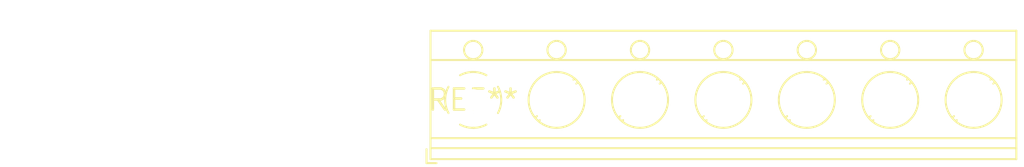
<source format=kicad_pcb>
(kicad_pcb (version 20240108) (generator pcbnew)
  (layers (0 "F.Cu" signal) (31 "B.Cu" signal) (34 "B.Paste" user) (35 "F.Paste" user) (36 "B.SilkS" user "B.Silkscreen") (37 "F.SilkS" user "F.Silkscreen") (38 "B.Mask" user) (39 "F.Mask" user) (44 "Edge.Cuts" user))
  (net 0 "")
  (footprint "TerminalBlock_RND_205-00017_1x07_P5.00mm_Horizontal" (layer "F.Cu") (at 0 0)
    (property "Reference" "REF**")
    (property "Value" "TerminalBlock_RND_205-00017_1x07_P5.00mm_Horizontal")
    (fp_line (start -2.8 2.96) (end -2.8 3.8) (layer "F.SilkS") (stroke (width 0.12)))
    (fp_line (start -2.8 3.8) (end -2.2 3.8) (layer "F.SilkS") (stroke (width 0.12)))
    (fp_line (start -2.56 -4.16) (end -2.56 3.561) (layer "F.SilkS") (stroke (width 0.12)))
    (fp_line (start -2.56 -4.16) (end 32.56 -4.16) (layer "F.SilkS") (stroke (width 0.12)))
    (fp_line (start -2.56 -2.4) (end 32.56 -2.4) (layer "F.SilkS") (stroke (width 0.12)))
    (fp_line (start -2.56 2.3) (end 32.56 2.3) (layer "F.SilkS") (stroke (width 0.12)))
    (fp_line (start -2.56 2.9) (end 32.56 2.9) (layer "F.SilkS") (stroke (width 0.12)))
    (fp_line (start -2.56 3.561) (end 32.56 3.561) (layer "F.SilkS") (stroke (width 0.12)))
    (fp_line (start 3.82 0.976) (end 3.726 1.069) (layer "F.SilkS") (stroke (width 0.12)))
    (fp_line (start 3.99 1.216) (end 3.931 1.274) (layer "F.SilkS") (stroke (width 0.12)))
    (fp_line (start 6.07 -1.275) (end 6.011 -1.216) (layer "F.SilkS") (stroke (width 0.12)))
    (fp_line (start 6.275 -1.069) (end 6.181 -0.976) (layer "F.SilkS") (stroke (width 0.12)))
    (fp_line (start 8.82 0.976) (end 8.726 1.069) (layer "F.SilkS") (stroke (width 0.12)))
    (fp_line (start 8.99 1.216) (end 8.931 1.274) (layer "F.SilkS") (stroke (width 0.12)))
    (fp_line (start 11.07 -1.275) (end 11.011 -1.216) (layer "F.SilkS") (stroke (width 0.12)))
    (fp_line (start 11.275 -1.069) (end 11.181 -0.976) (layer "F.SilkS") (stroke (width 0.12)))
    (fp_line (start 13.82 0.976) (end 13.726 1.069) (layer "F.SilkS") (stroke (width 0.12)))
    (fp_line (start 13.99 1.216) (end 13.931 1.274) (layer "F.SilkS") (stroke (width 0.12)))
    (fp_line (start 16.07 -1.275) (end 16.011 -1.216) (layer "F.SilkS") (stroke (width 0.12)))
    (fp_line (start 16.275 -1.069) (end 16.181 -0.976) (layer "F.SilkS") (stroke (width 0.12)))
    (fp_line (start 18.82 0.976) (end 18.726 1.069) (layer "F.SilkS") (stroke (width 0.12)))
    (fp_line (start 18.99 1.216) (end 18.931 1.274) (layer "F.SilkS") (stroke (width 0.12)))
    (fp_line (start 21.07 -1.275) (end 21.011 -1.216) (layer "F.SilkS") (stroke (width 0.12)))
    (fp_line (start 21.275 -1.069) (end 21.181 -0.976) (layer "F.SilkS") (stroke (width 0.12)))
    (fp_line (start 23.82 0.976) (end 23.726 1.069) (layer "F.SilkS") (stroke (width 0.12)))
    (fp_line (start 23.99 1.216) (end 23.931 1.274) (layer "F.SilkS") (stroke (width 0.12)))
    (fp_line (start 26.07 -1.275) (end 26.011 -1.216) (layer "F.SilkS") (stroke (width 0.12)))
    (fp_line (start 26.275 -1.069) (end 26.181 -0.976) (layer "F.SilkS") (stroke (width 0.12)))
    (fp_line (start 28.82 0.976) (end 28.726 1.069) (layer "F.SilkS") (stroke (width 0.12)))
    (fp_line (start 28.99 1.216) (end 28.931 1.274) (layer "F.SilkS") (stroke (width 0.12)))
    (fp_line (start 31.07 -1.275) (end 31.011 -1.216) (layer "F.SilkS") (stroke (width 0.12)))
    (fp_line (start 31.275 -1.069) (end 31.181 -0.976) (layer "F.SilkS") (stroke (width 0.12)))
    (fp_line (start 32.56 -4.16) (end 32.56 3.561) (layer "F.SilkS") (stroke (width 0.12)))
    (fp_arc (start -1.483953 0.789089) (mid -1.680708 5e-05) (end -1.484 -0.789) (layer "F.SilkS") (stroke (width 0.12)))
    (fp_arc (start -0.789089 -1.483953) (mid -5e-05 -1.680708) (end 0.789 -1.484) (layer "F.SilkS") (stroke (width 0.12)))
    (fp_arc (start 0.029383 1.68045) (mid -0.392304 1.634281) (end -0.789 1.484) (layer "F.SilkS") (stroke (width 0.12)))
    (fp_arc (start 0.788712 1.483352) (mid 0.406429 1.630097) (end 0 1.68) (layer "F.SilkS") (stroke (width 0.12)))
    (fp_arc (start 1.483953 -0.789089) (mid 1.680708 -5e-05) (end 1.484 0.789) (layer "F.SilkS") (stroke (width 0.12)))
    (fp_circle (center 0 -3) (end 0.55 -3) (layer "F.SilkS") (stroke (width 0.12)) (fill none))
    (fp_circle (center 5 -3) (end 5.55 -3) (layer "F.SilkS") (stroke (width 0.12)) (fill none))
    (fp_circle (center 5 0) (end 6.68 0) (layer "F.SilkS") (stroke (width 0.12)) (fill none))
    (fp_circle (center 10 -3) (end 10.55 -3) (layer "F.SilkS") (stroke (width 0.12)) (fill none))
    (fp_circle (center 10 0) (end 11.68 0) (layer "F.SilkS") (stroke (width 0.12)) (fill none))
    (fp_circle (center 15 -3) (end 15.55 -3) (layer "F.SilkS") (stroke (width 0.12)) (fill none))
    (fp_circle (center 15 0) (end 16.68 0) (layer "F.SilkS") (stroke (width 0.12)) (fill none))
    (fp_circle (center 20 -3) (end 20.55 -3) (layer "F.SilkS") (stroke (width 0.12)) (fill none))
    (fp_circle (center 20 0) (end 21.68 0) (layer "F.SilkS") (stroke (width 0.12)) (fill none))
    (fp_circle (center 25 -3) (end 25.55 -3) (layer "F.SilkS") (stroke (width 0.12)) (fill none))
    (fp_circle (center 25 0) (end 26.68 0) (layer "F.SilkS") (stroke (width 0.12)) (fill none))
    (fp_circle (center 30 -3) (end 30.55 -3) (layer "F.SilkS") (stroke (width 0.12)) (fill none))
    (fp_circle (center 30 0) (end 31.68 0) (layer "F.SilkS") (stroke (width 0.12)) (fill none))
    (pad "1" thru_hole rect (at 0 0) (size 2.5 2.5) (drill 1.3) (layers *.Cu *.Mask) (remove_unused_layers))
    (pad "2" thru_hole circle (at 5 0) (size 2.5 2.5) (drill 1.3) (layers *.Cu *.Mask) (remove_unused_layers))
    (pad "3" thru_hole circle (at 10 0) (size 2.5 2.5) (drill 1.3) (layers *.Cu *.Mask) (remove_unused_layers))
    (pad "4" thru_hole circle (at 15 0) (size 2.5 2.5) (drill 1.3) (layers *.Cu *.Mask) (remove_unused_layers))
    (pad "5" thru_hole circle (at 20 0) (size 2.5 2.5) (drill 1.3) (layers *.Cu *.Mask) (remove_unused_layers))
    (pad "6" thru_hole circle (at 25 0) (size 2.5 2.5) (drill 1.3) (layers *.Cu *.Mask) (remove_unused_layers))
    (pad "7" thru_hole circle (at 30 0) (size 2.5 2.5) (drill 1.3) (layers *.Cu *.Mask) (remove_unused_layers))
  )
)
</source>
